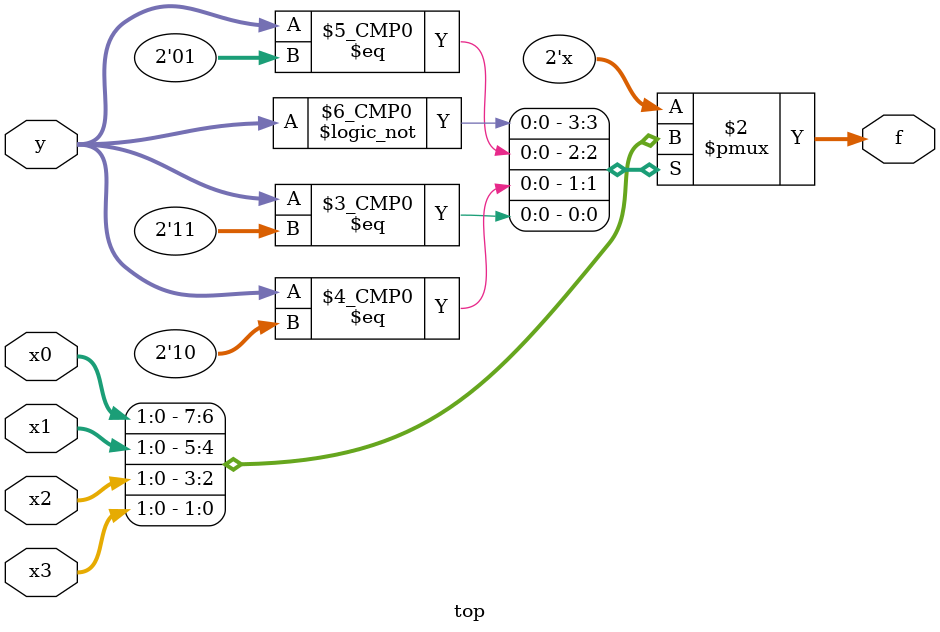
<source format=v>
module top (
		input [1:0] x0,
		input [1:0] x1,
		input [1:0] x2,
		input [1:0] x3,
		input [1:0] y,
		output reg [1:0] f
);
	always @(*)
		begin
			case(y)
				2'b00:f = x0;
				2'b01:f = x1;
				2'b10:f = x2;
				2'b11:f = x3;
			endcase
		end
endmodule

</source>
